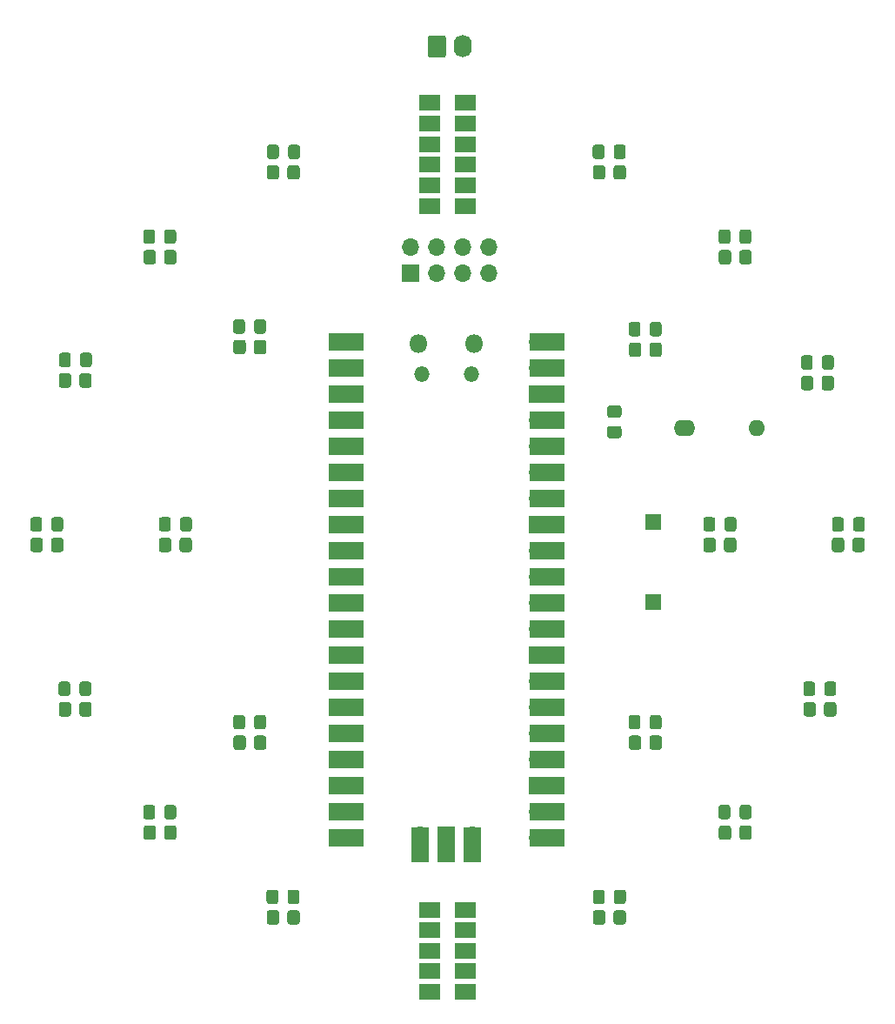
<source format=gbr>
G04 #@! TF.GenerationSoftware,KiCad,Pcbnew,5.1.10-88a1d61d58~88~ubuntu20.04.1*
G04 #@! TF.CreationDate,2021-06-07T13:14:32+01:00*
G04 #@! TF.ProjectId,Bauble,42617562-6c65-42e6-9b69-6361645f7063,rev?*
G04 #@! TF.SameCoordinates,Original*
G04 #@! TF.FileFunction,Soldermask,Top*
G04 #@! TF.FilePolarity,Negative*
%FSLAX46Y46*%
G04 Gerber Fmt 4.6, Leading zero omitted, Abs format (unit mm)*
G04 Created by KiCad (PCBNEW 5.1.10-88a1d61d58~88~ubuntu20.04.1) date 2021-06-07 13:14:32*
%MOMM*%
%LPD*%
G01*
G04 APERTURE LIST*
%ADD10O,1.600000X1.600000*%
%ADD11O,2.100000X1.600000*%
%ADD12R,2.000000X1.500000*%
%ADD13R,1.500000X1.500000*%
%ADD14O,1.700000X1.700000*%
%ADD15R,1.700000X3.500000*%
%ADD16R,1.700000X1.700000*%
%ADD17O,1.500000X1.500000*%
%ADD18O,1.800000X1.800000*%
%ADD19R,3.500000X1.700000*%
%ADD20O,1.740000X2.190000*%
G04 APERTURE END LIST*
D10*
G04 #@! TO.C,R27*
X174625000Y-102650000D03*
D11*
X167525000Y-102650000D03*
G04 #@! TD*
D12*
G04 #@! TO.C,J4*
X146250000Y-157500000D03*
X146250000Y-155500000D03*
X146250000Y-153500000D03*
X146250000Y-151500000D03*
X146250000Y-149500000D03*
X142750000Y-157500000D03*
X142750000Y-155500000D03*
X142750000Y-153500000D03*
X142750000Y-151500000D03*
X142750000Y-149500000D03*
G04 #@! TD*
G04 #@! TO.C,J3*
X146250000Y-81000000D03*
X146250000Y-79000000D03*
X146250000Y-77000000D03*
X146250000Y-75000000D03*
X146250000Y-73000000D03*
X146250000Y-71000000D03*
X142750000Y-81000000D03*
X142750000Y-79000000D03*
X142750000Y-77000000D03*
X142750000Y-75000000D03*
X142750000Y-73000000D03*
X142750000Y-71000000D03*
G04 #@! TD*
D13*
G04 #@! TO.C,SW1*
X164500000Y-119550000D03*
X164500000Y-111750000D03*
G04 #@! TD*
D14*
G04 #@! TO.C,U1*
X146930000Y-142290000D03*
D15*
X146930000Y-143190000D03*
D16*
X144390000Y-142290000D03*
D15*
X144390000Y-143190000D03*
D14*
X141850000Y-142290000D03*
D15*
X141850000Y-143190000D03*
D17*
X146815000Y-97420000D03*
X141965000Y-97420000D03*
D18*
X147115000Y-94390000D03*
X141665000Y-94390000D03*
D19*
X154180000Y-142520000D03*
X154180000Y-139980000D03*
X154180000Y-137440000D03*
X154180000Y-134900000D03*
X154180000Y-132360000D03*
X154180000Y-129820000D03*
X154180000Y-127280000D03*
X154180000Y-124740000D03*
X154180000Y-122200000D03*
X154180000Y-119660000D03*
X154180000Y-117120000D03*
X154180000Y-114580000D03*
X154180000Y-112040000D03*
X154180000Y-109500000D03*
X154180000Y-106960000D03*
X154180000Y-104420000D03*
X154180000Y-101880000D03*
X154180000Y-99340000D03*
X154180000Y-96800000D03*
X154180000Y-94260000D03*
X134600000Y-142520000D03*
X134600000Y-139980000D03*
X134600000Y-137440000D03*
X134600000Y-134900000D03*
X134600000Y-132360000D03*
X134600000Y-129820000D03*
X134600000Y-127280000D03*
X134600000Y-124740000D03*
X134600000Y-122200000D03*
X134600000Y-119660000D03*
X134600000Y-117120000D03*
X134600000Y-114580000D03*
X134600000Y-112040000D03*
X134600000Y-109500000D03*
X134600000Y-106960000D03*
X134600000Y-104420000D03*
X134600000Y-101880000D03*
X134600000Y-99340000D03*
X134600000Y-96800000D03*
X134600000Y-94260000D03*
D14*
X153280000Y-94260000D03*
X153280000Y-96800000D03*
D16*
X153280000Y-99340000D03*
D14*
X153280000Y-101880000D03*
X153280000Y-104420000D03*
X153280000Y-106960000D03*
X153280000Y-109500000D03*
D16*
X153280000Y-112040000D03*
D14*
X153280000Y-114580000D03*
X153280000Y-117120000D03*
X153280000Y-119660000D03*
X153280000Y-122200000D03*
D16*
X153280000Y-124740000D03*
D14*
X153280000Y-127280000D03*
X153280000Y-129820000D03*
X153280000Y-132360000D03*
X153280000Y-134900000D03*
D16*
X153280000Y-137440000D03*
D14*
X153280000Y-139980000D03*
X153280000Y-142520000D03*
X135500000Y-142520000D03*
X135500000Y-139980000D03*
D16*
X135500000Y-137440000D03*
D14*
X135500000Y-134900000D03*
X135500000Y-132360000D03*
X135500000Y-129820000D03*
X135500000Y-127280000D03*
D16*
X135500000Y-124740000D03*
D14*
X135500000Y-122200000D03*
X135500000Y-119660000D03*
X135500000Y-117120000D03*
X135500000Y-114580000D03*
D16*
X135500000Y-112040000D03*
D14*
X135500000Y-109500000D03*
X135500000Y-106960000D03*
X135500000Y-104420000D03*
X135500000Y-101880000D03*
D16*
X135500000Y-99340000D03*
D14*
X135500000Y-96800000D03*
X135500000Y-94260000D03*
G04 #@! TD*
G04 #@! TO.C,R18*
G36*
G01*
X164150000Y-133700001D02*
X164150000Y-132799999D01*
G75*
G02*
X164399999Y-132550000I249999J0D01*
G01*
X165100001Y-132550000D01*
G75*
G02*
X165350000Y-132799999I0J-249999D01*
G01*
X165350000Y-133700001D01*
G75*
G02*
X165100001Y-133950000I-249999J0D01*
G01*
X164399999Y-133950000D01*
G75*
G02*
X164150000Y-133700001I0J249999D01*
G01*
G37*
G36*
G01*
X162150000Y-133700001D02*
X162150000Y-132799999D01*
G75*
G02*
X162399999Y-132550000I249999J0D01*
G01*
X163100001Y-132550000D01*
G75*
G02*
X163350000Y-132799999I0J-249999D01*
G01*
X163350000Y-133700001D01*
G75*
G02*
X163100001Y-133950000I-249999J0D01*
G01*
X162399999Y-133950000D01*
G75*
G02*
X162150000Y-133700001I0J249999D01*
G01*
G37*
G04 #@! TD*
G04 #@! TO.C,R12*
G36*
G01*
X105900000Y-114450001D02*
X105900000Y-113549999D01*
G75*
G02*
X106149999Y-113300000I249999J0D01*
G01*
X106850001Y-113300000D01*
G75*
G02*
X107100000Y-113549999I0J-249999D01*
G01*
X107100000Y-114450001D01*
G75*
G02*
X106850001Y-114700000I-249999J0D01*
G01*
X106149999Y-114700000D01*
G75*
G02*
X105900000Y-114450001I0J249999D01*
G01*
G37*
G36*
G01*
X103900000Y-114450001D02*
X103900000Y-113549999D01*
G75*
G02*
X104149999Y-113300000I249999J0D01*
G01*
X104850001Y-113300000D01*
G75*
G02*
X105100000Y-113549999I0J-249999D01*
G01*
X105100000Y-114450001D01*
G75*
G02*
X104850001Y-114700000I-249999J0D01*
G01*
X104149999Y-114700000D01*
G75*
G02*
X103900000Y-114450001I0J249999D01*
G01*
G37*
G04 #@! TD*
G04 #@! TO.C,R6*
G36*
G01*
X172900000Y-142450001D02*
X172900000Y-141549999D01*
G75*
G02*
X173149999Y-141300000I249999J0D01*
G01*
X173850001Y-141300000D01*
G75*
G02*
X174100000Y-141549999I0J-249999D01*
G01*
X174100000Y-142450001D01*
G75*
G02*
X173850001Y-142700000I-249999J0D01*
G01*
X173149999Y-142700000D01*
G75*
G02*
X172900000Y-142450001I0J249999D01*
G01*
G37*
G36*
G01*
X170900000Y-142450001D02*
X170900000Y-141549999D01*
G75*
G02*
X171149999Y-141300000I249999J0D01*
G01*
X171850001Y-141300000D01*
G75*
G02*
X172100000Y-141549999I0J-249999D01*
G01*
X172100000Y-142450001D01*
G75*
G02*
X171850001Y-142700000I-249999J0D01*
G01*
X171149999Y-142700000D01*
G75*
G02*
X170900000Y-142450001I0J249999D01*
G01*
G37*
G04 #@! TD*
G04 #@! TO.C,R11*
G36*
G01*
X108650000Y-130450001D02*
X108650000Y-129549999D01*
G75*
G02*
X108899999Y-129300000I249999J0D01*
G01*
X109600001Y-129300000D01*
G75*
G02*
X109850000Y-129549999I0J-249999D01*
G01*
X109850000Y-130450001D01*
G75*
G02*
X109600001Y-130700000I-249999J0D01*
G01*
X108899999Y-130700000D01*
G75*
G02*
X108650000Y-130450001I0J249999D01*
G01*
G37*
G36*
G01*
X106650000Y-130450001D02*
X106650000Y-129549999D01*
G75*
G02*
X106899999Y-129300000I249999J0D01*
G01*
X107600001Y-129300000D01*
G75*
G02*
X107850000Y-129549999I0J-249999D01*
G01*
X107850000Y-130450001D01*
G75*
G02*
X107600001Y-130700000I-249999J0D01*
G01*
X106899999Y-130700000D01*
G75*
G02*
X106650000Y-130450001I0J249999D01*
G01*
G37*
G04 #@! TD*
G04 #@! TO.C,R17*
G36*
G01*
X171400000Y-114450001D02*
X171400000Y-113549999D01*
G75*
G02*
X171649999Y-113300000I249999J0D01*
G01*
X172350001Y-113300000D01*
G75*
G02*
X172600000Y-113549999I0J-249999D01*
G01*
X172600000Y-114450001D01*
G75*
G02*
X172350001Y-114700000I-249999J0D01*
G01*
X171649999Y-114700000D01*
G75*
G02*
X171400000Y-114450001I0J249999D01*
G01*
G37*
G36*
G01*
X169400000Y-114450001D02*
X169400000Y-113549999D01*
G75*
G02*
X169649999Y-113300000I249999J0D01*
G01*
X170350001Y-113300000D01*
G75*
G02*
X170600000Y-113549999I0J-249999D01*
G01*
X170600000Y-114450001D01*
G75*
G02*
X170350001Y-114700000I-249999J0D01*
G01*
X169649999Y-114700000D01*
G75*
G02*
X169400000Y-114450001I0J249999D01*
G01*
G37*
G04 #@! TD*
G04 #@! TO.C,R5*
G36*
G01*
X181150000Y-130450001D02*
X181150000Y-129549999D01*
G75*
G02*
X181399999Y-129300000I249999J0D01*
G01*
X182100001Y-129300000D01*
G75*
G02*
X182350000Y-129549999I0J-249999D01*
G01*
X182350000Y-130450001D01*
G75*
G02*
X182100001Y-130700000I-249999J0D01*
G01*
X181399999Y-130700000D01*
G75*
G02*
X181150000Y-130450001I0J249999D01*
G01*
G37*
G36*
G01*
X179150000Y-130450001D02*
X179150000Y-129549999D01*
G75*
G02*
X179399999Y-129300000I249999J0D01*
G01*
X180100001Y-129300000D01*
G75*
G02*
X180350000Y-129549999I0J-249999D01*
G01*
X180350000Y-130450001D01*
G75*
G02*
X180100001Y-130700000I-249999J0D01*
G01*
X179399999Y-130700000D01*
G75*
G02*
X179150000Y-130450001I0J249999D01*
G01*
G37*
G04 #@! TD*
G04 #@! TO.C,R10*
G36*
G01*
X116900000Y-142450001D02*
X116900000Y-141549999D01*
G75*
G02*
X117149999Y-141300000I249999J0D01*
G01*
X117850001Y-141300000D01*
G75*
G02*
X118100000Y-141549999I0J-249999D01*
G01*
X118100000Y-142450001D01*
G75*
G02*
X117850001Y-142700000I-249999J0D01*
G01*
X117149999Y-142700000D01*
G75*
G02*
X116900000Y-142450001I0J249999D01*
G01*
G37*
G36*
G01*
X114900000Y-142450001D02*
X114900000Y-141549999D01*
G75*
G02*
X115149999Y-141300000I249999J0D01*
G01*
X115850001Y-141300000D01*
G75*
G02*
X116100000Y-141549999I0J-249999D01*
G01*
X116100000Y-142450001D01*
G75*
G02*
X115850001Y-142700000I-249999J0D01*
G01*
X115149999Y-142700000D01*
G75*
G02*
X114900000Y-142450001I0J249999D01*
G01*
G37*
G04 #@! TD*
G04 #@! TO.C,R16*
G36*
G01*
X164150000Y-95450001D02*
X164150000Y-94549999D01*
G75*
G02*
X164399999Y-94300000I249999J0D01*
G01*
X165100001Y-94300000D01*
G75*
G02*
X165350000Y-94549999I0J-249999D01*
G01*
X165350000Y-95450001D01*
G75*
G02*
X165100001Y-95700000I-249999J0D01*
G01*
X164399999Y-95700000D01*
G75*
G02*
X164150000Y-95450001I0J249999D01*
G01*
G37*
G36*
G01*
X162150000Y-95450001D02*
X162150000Y-94549999D01*
G75*
G02*
X162399999Y-94300000I249999J0D01*
G01*
X163100001Y-94300000D01*
G75*
G02*
X163350000Y-94549999I0J-249999D01*
G01*
X163350000Y-95450001D01*
G75*
G02*
X163100001Y-95700000I-249999J0D01*
G01*
X162399999Y-95700000D01*
G75*
G02*
X162150000Y-95450001I0J249999D01*
G01*
G37*
G04 #@! TD*
G04 #@! TO.C,R4*
G36*
G01*
X183900000Y-114450001D02*
X183900000Y-113549999D01*
G75*
G02*
X184149999Y-113300000I249999J0D01*
G01*
X184850001Y-113300000D01*
G75*
G02*
X185100000Y-113549999I0J-249999D01*
G01*
X185100000Y-114450001D01*
G75*
G02*
X184850001Y-114700000I-249999J0D01*
G01*
X184149999Y-114700000D01*
G75*
G02*
X183900000Y-114450001I0J249999D01*
G01*
G37*
G36*
G01*
X181900000Y-114450001D02*
X181900000Y-113549999D01*
G75*
G02*
X182149999Y-113300000I249999J0D01*
G01*
X182850001Y-113300000D01*
G75*
G02*
X183100000Y-113549999I0J-249999D01*
G01*
X183100000Y-114450001D01*
G75*
G02*
X182850001Y-114700000I-249999J0D01*
G01*
X182149999Y-114700000D01*
G75*
G02*
X181900000Y-114450001I0J249999D01*
G01*
G37*
G04 #@! TD*
G04 #@! TO.C,R28*
G36*
G01*
X161175001Y-101625000D02*
X160274999Y-101625000D01*
G75*
G02*
X160025000Y-101375001I0J249999D01*
G01*
X160025000Y-100674999D01*
G75*
G02*
X160274999Y-100425000I249999J0D01*
G01*
X161175001Y-100425000D01*
G75*
G02*
X161425000Y-100674999I0J-249999D01*
G01*
X161425000Y-101375001D01*
G75*
G02*
X161175001Y-101625000I-249999J0D01*
G01*
G37*
G36*
G01*
X161175001Y-103625000D02*
X160274999Y-103625000D01*
G75*
G02*
X160025000Y-103375001I0J249999D01*
G01*
X160025000Y-102674999D01*
G75*
G02*
X160274999Y-102425000I249999J0D01*
G01*
X161175001Y-102425000D01*
G75*
G02*
X161425000Y-102674999I0J-249999D01*
G01*
X161425000Y-103375001D01*
G75*
G02*
X161175001Y-103625000I-249999J0D01*
G01*
G37*
G04 #@! TD*
G04 #@! TO.C,R21*
G36*
G01*
X125650000Y-95200001D02*
X125650000Y-94299999D01*
G75*
G02*
X125899999Y-94050000I249999J0D01*
G01*
X126600001Y-94050000D01*
G75*
G02*
X126850000Y-94299999I0J-249999D01*
G01*
X126850000Y-95200001D01*
G75*
G02*
X126600001Y-95450000I-249999J0D01*
G01*
X125899999Y-95450000D01*
G75*
G02*
X125650000Y-95200001I0J249999D01*
G01*
G37*
G36*
G01*
X123650000Y-95200001D02*
X123650000Y-94299999D01*
G75*
G02*
X123899999Y-94050000I249999J0D01*
G01*
X124600001Y-94050000D01*
G75*
G02*
X124850000Y-94299999I0J-249999D01*
G01*
X124850000Y-95200001D01*
G75*
G02*
X124600001Y-95450000I-249999J0D01*
G01*
X123899999Y-95450000D01*
G75*
G02*
X123650000Y-95200001I0J249999D01*
G01*
G37*
G04 #@! TD*
G04 #@! TO.C,R15*
G36*
G01*
X128900000Y-78200001D02*
X128900000Y-77299999D01*
G75*
G02*
X129149999Y-77050000I249999J0D01*
G01*
X129850001Y-77050000D01*
G75*
G02*
X130100000Y-77299999I0J-249999D01*
G01*
X130100000Y-78200001D01*
G75*
G02*
X129850001Y-78450000I-249999J0D01*
G01*
X129149999Y-78450000D01*
G75*
G02*
X128900000Y-78200001I0J249999D01*
G01*
G37*
G36*
G01*
X126900000Y-78200001D02*
X126900000Y-77299999D01*
G75*
G02*
X127149999Y-77050000I249999J0D01*
G01*
X127850001Y-77050000D01*
G75*
G02*
X128100000Y-77299999I0J-249999D01*
G01*
X128100000Y-78200001D01*
G75*
G02*
X127850001Y-78450000I-249999J0D01*
G01*
X127149999Y-78450000D01*
G75*
G02*
X126900000Y-78200001I0J249999D01*
G01*
G37*
G04 #@! TD*
G04 #@! TO.C,R9*
G36*
G01*
X128900000Y-150700001D02*
X128900000Y-149799999D01*
G75*
G02*
X129149999Y-149550000I249999J0D01*
G01*
X129850001Y-149550000D01*
G75*
G02*
X130100000Y-149799999I0J-249999D01*
G01*
X130100000Y-150700001D01*
G75*
G02*
X129850001Y-150950000I-249999J0D01*
G01*
X129149999Y-150950000D01*
G75*
G02*
X128900000Y-150700001I0J249999D01*
G01*
G37*
G36*
G01*
X126900000Y-150700001D02*
X126900000Y-149799999D01*
G75*
G02*
X127149999Y-149550000I249999J0D01*
G01*
X127850001Y-149550000D01*
G75*
G02*
X128100000Y-149799999I0J-249999D01*
G01*
X128100000Y-150700001D01*
G75*
G02*
X127850001Y-150950000I-249999J0D01*
G01*
X127149999Y-150950000D01*
G75*
G02*
X126900000Y-150700001I0J249999D01*
G01*
G37*
G04 #@! TD*
G04 #@! TO.C,R3*
G36*
G01*
X180900000Y-98700001D02*
X180900000Y-97799999D01*
G75*
G02*
X181149999Y-97550000I249999J0D01*
G01*
X181850001Y-97550000D01*
G75*
G02*
X182100000Y-97799999I0J-249999D01*
G01*
X182100000Y-98700001D01*
G75*
G02*
X181850001Y-98950000I-249999J0D01*
G01*
X181149999Y-98950000D01*
G75*
G02*
X180900000Y-98700001I0J249999D01*
G01*
G37*
G36*
G01*
X178900000Y-98700001D02*
X178900000Y-97799999D01*
G75*
G02*
X179149999Y-97550000I249999J0D01*
G01*
X179850001Y-97550000D01*
G75*
G02*
X180100000Y-97799999I0J-249999D01*
G01*
X180100000Y-98700001D01*
G75*
G02*
X179850001Y-98950000I-249999J0D01*
G01*
X179149999Y-98950000D01*
G75*
G02*
X178900000Y-98700001I0J249999D01*
G01*
G37*
G04 #@! TD*
G04 #@! TO.C,R14*
G36*
G01*
X116900000Y-86450001D02*
X116900000Y-85549999D01*
G75*
G02*
X117149999Y-85300000I249999J0D01*
G01*
X117850001Y-85300000D01*
G75*
G02*
X118100000Y-85549999I0J-249999D01*
G01*
X118100000Y-86450001D01*
G75*
G02*
X117850001Y-86700000I-249999J0D01*
G01*
X117149999Y-86700000D01*
G75*
G02*
X116900000Y-86450001I0J249999D01*
G01*
G37*
G36*
G01*
X114900000Y-86450001D02*
X114900000Y-85549999D01*
G75*
G02*
X115149999Y-85300000I249999J0D01*
G01*
X115850001Y-85300000D01*
G75*
G02*
X116100000Y-85549999I0J-249999D01*
G01*
X116100000Y-86450001D01*
G75*
G02*
X115850001Y-86700000I-249999J0D01*
G01*
X115149999Y-86700000D01*
G75*
G02*
X114900000Y-86450001I0J249999D01*
G01*
G37*
G04 #@! TD*
G04 #@! TO.C,R20*
G36*
G01*
X118400000Y-114450001D02*
X118400000Y-113549999D01*
G75*
G02*
X118649999Y-113300000I249999J0D01*
G01*
X119350001Y-113300000D01*
G75*
G02*
X119600000Y-113549999I0J-249999D01*
G01*
X119600000Y-114450001D01*
G75*
G02*
X119350001Y-114700000I-249999J0D01*
G01*
X118649999Y-114700000D01*
G75*
G02*
X118400000Y-114450001I0J249999D01*
G01*
G37*
G36*
G01*
X116400000Y-114450001D02*
X116400000Y-113549999D01*
G75*
G02*
X116649999Y-113300000I249999J0D01*
G01*
X117350001Y-113300000D01*
G75*
G02*
X117600000Y-113549999I0J-249999D01*
G01*
X117600000Y-114450001D01*
G75*
G02*
X117350001Y-114700000I-249999J0D01*
G01*
X116649999Y-114700000D01*
G75*
G02*
X116400000Y-114450001I0J249999D01*
G01*
G37*
G04 #@! TD*
G04 #@! TO.C,R2*
G36*
G01*
X172900000Y-86450001D02*
X172900000Y-85549999D01*
G75*
G02*
X173149999Y-85300000I249999J0D01*
G01*
X173850001Y-85300000D01*
G75*
G02*
X174100000Y-85549999I0J-249999D01*
G01*
X174100000Y-86450001D01*
G75*
G02*
X173850001Y-86700000I-249999J0D01*
G01*
X173149999Y-86700000D01*
G75*
G02*
X172900000Y-86450001I0J249999D01*
G01*
G37*
G36*
G01*
X170900000Y-86450001D02*
X170900000Y-85549999D01*
G75*
G02*
X171149999Y-85300000I249999J0D01*
G01*
X171850001Y-85300000D01*
G75*
G02*
X172100000Y-85549999I0J-249999D01*
G01*
X172100000Y-86450001D01*
G75*
G02*
X171850001Y-86700000I-249999J0D01*
G01*
X171149999Y-86700000D01*
G75*
G02*
X170900000Y-86450001I0J249999D01*
G01*
G37*
G04 #@! TD*
G04 #@! TO.C,R7*
G36*
G01*
X160650000Y-150700001D02*
X160650000Y-149799999D01*
G75*
G02*
X160899999Y-149550000I249999J0D01*
G01*
X161600001Y-149550000D01*
G75*
G02*
X161850000Y-149799999I0J-249999D01*
G01*
X161850000Y-150700001D01*
G75*
G02*
X161600001Y-150950000I-249999J0D01*
G01*
X160899999Y-150950000D01*
G75*
G02*
X160650000Y-150700001I0J249999D01*
G01*
G37*
G36*
G01*
X158650000Y-150700001D02*
X158650000Y-149799999D01*
G75*
G02*
X158899999Y-149550000I249999J0D01*
G01*
X159600001Y-149550000D01*
G75*
G02*
X159850000Y-149799999I0J-249999D01*
G01*
X159850000Y-150700001D01*
G75*
G02*
X159600001Y-150950000I-249999J0D01*
G01*
X158899999Y-150950000D01*
G75*
G02*
X158650000Y-150700001I0J249999D01*
G01*
G37*
G04 #@! TD*
G04 #@! TO.C,R13*
G36*
G01*
X108650000Y-98450001D02*
X108650000Y-97549999D01*
G75*
G02*
X108899999Y-97300000I249999J0D01*
G01*
X109600001Y-97300000D01*
G75*
G02*
X109850000Y-97549999I0J-249999D01*
G01*
X109850000Y-98450001D01*
G75*
G02*
X109600001Y-98700000I-249999J0D01*
G01*
X108899999Y-98700000D01*
G75*
G02*
X108650000Y-98450001I0J249999D01*
G01*
G37*
G36*
G01*
X106650000Y-98450001D02*
X106650000Y-97549999D01*
G75*
G02*
X106899999Y-97300000I249999J0D01*
G01*
X107600001Y-97300000D01*
G75*
G02*
X107850000Y-97549999I0J-249999D01*
G01*
X107850000Y-98450001D01*
G75*
G02*
X107600001Y-98700000I-249999J0D01*
G01*
X106899999Y-98700000D01*
G75*
G02*
X106650000Y-98450001I0J249999D01*
G01*
G37*
G04 #@! TD*
G04 #@! TO.C,R1*
G36*
G01*
X160650000Y-78200001D02*
X160650000Y-77299999D01*
G75*
G02*
X160899999Y-77050000I249999J0D01*
G01*
X161600001Y-77050000D01*
G75*
G02*
X161850000Y-77299999I0J-249999D01*
G01*
X161850000Y-78200001D01*
G75*
G02*
X161600001Y-78450000I-249999J0D01*
G01*
X160899999Y-78450000D01*
G75*
G02*
X160650000Y-78200001I0J249999D01*
G01*
G37*
G36*
G01*
X158650000Y-78200001D02*
X158650000Y-77299999D01*
G75*
G02*
X158899999Y-77050000I249999J0D01*
G01*
X159600001Y-77050000D01*
G75*
G02*
X159850000Y-77299999I0J-249999D01*
G01*
X159850000Y-78200001D01*
G75*
G02*
X159600001Y-78450000I-249999J0D01*
G01*
X158899999Y-78450000D01*
G75*
G02*
X158650000Y-78200001I0J249999D01*
G01*
G37*
G04 #@! TD*
G04 #@! TO.C,R19*
G36*
G01*
X125650000Y-133700001D02*
X125650000Y-132799999D01*
G75*
G02*
X125899999Y-132550000I249999J0D01*
G01*
X126600001Y-132550000D01*
G75*
G02*
X126850000Y-132799999I0J-249999D01*
G01*
X126850000Y-133700001D01*
G75*
G02*
X126600001Y-133950000I-249999J0D01*
G01*
X125899999Y-133950000D01*
G75*
G02*
X125650000Y-133700001I0J249999D01*
G01*
G37*
G36*
G01*
X123650000Y-133700001D02*
X123650000Y-132799999D01*
G75*
G02*
X123899999Y-132550000I249999J0D01*
G01*
X124600001Y-132550000D01*
G75*
G02*
X124850000Y-132799999I0J-249999D01*
G01*
X124850000Y-133700001D01*
G75*
G02*
X124600001Y-133950000I-249999J0D01*
G01*
X123899999Y-133950000D01*
G75*
G02*
X123650000Y-133700001I0J249999D01*
G01*
G37*
G04 #@! TD*
G04 #@! TO.C,J2*
X148540000Y-85000000D03*
X148540000Y-87540000D03*
X146000000Y-85000000D03*
X146000000Y-87540000D03*
X143460000Y-85000000D03*
X143460000Y-87540000D03*
X140920000Y-85000000D03*
D16*
X140920000Y-87540000D03*
G04 #@! TD*
D20*
G04 #@! TO.C,J1*
X146000000Y-65500000D03*
G36*
G01*
X142590000Y-66345001D02*
X142590000Y-64654999D01*
G75*
G02*
X142839999Y-64405000I249999J0D01*
G01*
X144080001Y-64405000D01*
G75*
G02*
X144330000Y-64654999I0J-249999D01*
G01*
X144330000Y-66345001D01*
G75*
G02*
X144080001Y-66595000I-249999J0D01*
G01*
X142839999Y-66595000D01*
G75*
G02*
X142590000Y-66345001I0J249999D01*
G01*
G37*
G04 #@! TD*
G04 #@! TO.C,D18*
G36*
G01*
X164175000Y-131700001D02*
X164175000Y-130799999D01*
G75*
G02*
X164424999Y-130550000I249999J0D01*
G01*
X165075001Y-130550000D01*
G75*
G02*
X165325000Y-130799999I0J-249999D01*
G01*
X165325000Y-131700001D01*
G75*
G02*
X165075001Y-131950000I-249999J0D01*
G01*
X164424999Y-131950000D01*
G75*
G02*
X164175000Y-131700001I0J249999D01*
G01*
G37*
G36*
G01*
X162125000Y-131700001D02*
X162125000Y-130799999D01*
G75*
G02*
X162374999Y-130550000I249999J0D01*
G01*
X163025001Y-130550000D01*
G75*
G02*
X163275000Y-130799999I0J-249999D01*
G01*
X163275000Y-131700001D01*
G75*
G02*
X163025001Y-131950000I-249999J0D01*
G01*
X162374999Y-131950000D01*
G75*
G02*
X162125000Y-131700001I0J249999D01*
G01*
G37*
G04 #@! TD*
G04 #@! TO.C,D12*
G36*
G01*
X105925000Y-112450001D02*
X105925000Y-111549999D01*
G75*
G02*
X106174999Y-111300000I249999J0D01*
G01*
X106825001Y-111300000D01*
G75*
G02*
X107075000Y-111549999I0J-249999D01*
G01*
X107075000Y-112450001D01*
G75*
G02*
X106825001Y-112700000I-249999J0D01*
G01*
X106174999Y-112700000D01*
G75*
G02*
X105925000Y-112450001I0J249999D01*
G01*
G37*
G36*
G01*
X103875000Y-112450001D02*
X103875000Y-111549999D01*
G75*
G02*
X104124999Y-111300000I249999J0D01*
G01*
X104775001Y-111300000D01*
G75*
G02*
X105025000Y-111549999I0J-249999D01*
G01*
X105025000Y-112450001D01*
G75*
G02*
X104775001Y-112700000I-249999J0D01*
G01*
X104124999Y-112700000D01*
G75*
G02*
X103875000Y-112450001I0J249999D01*
G01*
G37*
G04 #@! TD*
G04 #@! TO.C,D6*
G36*
G01*
X172925000Y-140450001D02*
X172925000Y-139549999D01*
G75*
G02*
X173174999Y-139300000I249999J0D01*
G01*
X173825001Y-139300000D01*
G75*
G02*
X174075000Y-139549999I0J-249999D01*
G01*
X174075000Y-140450001D01*
G75*
G02*
X173825001Y-140700000I-249999J0D01*
G01*
X173174999Y-140700000D01*
G75*
G02*
X172925000Y-140450001I0J249999D01*
G01*
G37*
G36*
G01*
X170875000Y-140450001D02*
X170875000Y-139549999D01*
G75*
G02*
X171124999Y-139300000I249999J0D01*
G01*
X171775001Y-139300000D01*
G75*
G02*
X172025000Y-139549999I0J-249999D01*
G01*
X172025000Y-140450001D01*
G75*
G02*
X171775001Y-140700000I-249999J0D01*
G01*
X171124999Y-140700000D01*
G75*
G02*
X170875000Y-140450001I0J249999D01*
G01*
G37*
G04 #@! TD*
G04 #@! TO.C,D11*
G36*
G01*
X108675000Y-128450001D02*
X108675000Y-127549999D01*
G75*
G02*
X108924999Y-127300000I249999J0D01*
G01*
X109575001Y-127300000D01*
G75*
G02*
X109825000Y-127549999I0J-249999D01*
G01*
X109825000Y-128450001D01*
G75*
G02*
X109575001Y-128700000I-249999J0D01*
G01*
X108924999Y-128700000D01*
G75*
G02*
X108675000Y-128450001I0J249999D01*
G01*
G37*
G36*
G01*
X106625000Y-128450001D02*
X106625000Y-127549999D01*
G75*
G02*
X106874999Y-127300000I249999J0D01*
G01*
X107525001Y-127300000D01*
G75*
G02*
X107775000Y-127549999I0J-249999D01*
G01*
X107775000Y-128450001D01*
G75*
G02*
X107525001Y-128700000I-249999J0D01*
G01*
X106874999Y-128700000D01*
G75*
G02*
X106625000Y-128450001I0J249999D01*
G01*
G37*
G04 #@! TD*
G04 #@! TO.C,D17*
G36*
G01*
X171450000Y-112450001D02*
X171450000Y-111549999D01*
G75*
G02*
X171699999Y-111300000I249999J0D01*
G01*
X172350001Y-111300000D01*
G75*
G02*
X172600000Y-111549999I0J-249999D01*
G01*
X172600000Y-112450001D01*
G75*
G02*
X172350001Y-112700000I-249999J0D01*
G01*
X171699999Y-112700000D01*
G75*
G02*
X171450000Y-112450001I0J249999D01*
G01*
G37*
G36*
G01*
X169400000Y-112450001D02*
X169400000Y-111549999D01*
G75*
G02*
X169649999Y-111300000I249999J0D01*
G01*
X170300001Y-111300000D01*
G75*
G02*
X170550000Y-111549999I0J-249999D01*
G01*
X170550000Y-112450001D01*
G75*
G02*
X170300001Y-112700000I-249999J0D01*
G01*
X169649999Y-112700000D01*
G75*
G02*
X169400000Y-112450001I0J249999D01*
G01*
G37*
G04 #@! TD*
G04 #@! TO.C,D5*
G36*
G01*
X181175000Y-128450001D02*
X181175000Y-127549999D01*
G75*
G02*
X181424999Y-127300000I249999J0D01*
G01*
X182075001Y-127300000D01*
G75*
G02*
X182325000Y-127549999I0J-249999D01*
G01*
X182325000Y-128450001D01*
G75*
G02*
X182075001Y-128700000I-249999J0D01*
G01*
X181424999Y-128700000D01*
G75*
G02*
X181175000Y-128450001I0J249999D01*
G01*
G37*
G36*
G01*
X179125000Y-128450001D02*
X179125000Y-127549999D01*
G75*
G02*
X179374999Y-127300000I249999J0D01*
G01*
X180025001Y-127300000D01*
G75*
G02*
X180275000Y-127549999I0J-249999D01*
G01*
X180275000Y-128450001D01*
G75*
G02*
X180025001Y-128700000I-249999J0D01*
G01*
X179374999Y-128700000D01*
G75*
G02*
X179125000Y-128450001I0J249999D01*
G01*
G37*
G04 #@! TD*
G04 #@! TO.C,D10*
G36*
G01*
X116925000Y-140450001D02*
X116925000Y-139549999D01*
G75*
G02*
X117174999Y-139300000I249999J0D01*
G01*
X117825001Y-139300000D01*
G75*
G02*
X118075000Y-139549999I0J-249999D01*
G01*
X118075000Y-140450001D01*
G75*
G02*
X117825001Y-140700000I-249999J0D01*
G01*
X117174999Y-140700000D01*
G75*
G02*
X116925000Y-140450001I0J249999D01*
G01*
G37*
G36*
G01*
X114875000Y-140450001D02*
X114875000Y-139549999D01*
G75*
G02*
X115124999Y-139300000I249999J0D01*
G01*
X115775001Y-139300000D01*
G75*
G02*
X116025000Y-139549999I0J-249999D01*
G01*
X116025000Y-140450001D01*
G75*
G02*
X115775001Y-140700000I-249999J0D01*
G01*
X115124999Y-140700000D01*
G75*
G02*
X114875000Y-140450001I0J249999D01*
G01*
G37*
G04 #@! TD*
G04 #@! TO.C,D16*
G36*
G01*
X164175000Y-93450001D02*
X164175000Y-92549999D01*
G75*
G02*
X164424999Y-92300000I249999J0D01*
G01*
X165075001Y-92300000D01*
G75*
G02*
X165325000Y-92549999I0J-249999D01*
G01*
X165325000Y-93450001D01*
G75*
G02*
X165075001Y-93700000I-249999J0D01*
G01*
X164424999Y-93700000D01*
G75*
G02*
X164175000Y-93450001I0J249999D01*
G01*
G37*
G36*
G01*
X162125000Y-93450001D02*
X162125000Y-92549999D01*
G75*
G02*
X162374999Y-92300000I249999J0D01*
G01*
X163025001Y-92300000D01*
G75*
G02*
X163275000Y-92549999I0J-249999D01*
G01*
X163275000Y-93450001D01*
G75*
G02*
X163025001Y-93700000I-249999J0D01*
G01*
X162374999Y-93700000D01*
G75*
G02*
X162125000Y-93450001I0J249999D01*
G01*
G37*
G04 #@! TD*
G04 #@! TO.C,D4*
G36*
G01*
X183975000Y-112450001D02*
X183975000Y-111549999D01*
G75*
G02*
X184224999Y-111300000I249999J0D01*
G01*
X184875001Y-111300000D01*
G75*
G02*
X185125000Y-111549999I0J-249999D01*
G01*
X185125000Y-112450001D01*
G75*
G02*
X184875001Y-112700000I-249999J0D01*
G01*
X184224999Y-112700000D01*
G75*
G02*
X183975000Y-112450001I0J249999D01*
G01*
G37*
G36*
G01*
X181925000Y-112450001D02*
X181925000Y-111549999D01*
G75*
G02*
X182174999Y-111300000I249999J0D01*
G01*
X182825001Y-111300000D01*
G75*
G02*
X183075000Y-111549999I0J-249999D01*
G01*
X183075000Y-112450001D01*
G75*
G02*
X182825001Y-112700000I-249999J0D01*
G01*
X182174999Y-112700000D01*
G75*
G02*
X181925000Y-112450001I0J249999D01*
G01*
G37*
G04 #@! TD*
G04 #@! TO.C,D21*
G36*
G01*
X125675000Y-93200001D02*
X125675000Y-92299999D01*
G75*
G02*
X125924999Y-92050000I249999J0D01*
G01*
X126575001Y-92050000D01*
G75*
G02*
X126825000Y-92299999I0J-249999D01*
G01*
X126825000Y-93200001D01*
G75*
G02*
X126575001Y-93450000I-249999J0D01*
G01*
X125924999Y-93450000D01*
G75*
G02*
X125675000Y-93200001I0J249999D01*
G01*
G37*
G36*
G01*
X123625000Y-93200001D02*
X123625000Y-92299999D01*
G75*
G02*
X123874999Y-92050000I249999J0D01*
G01*
X124525001Y-92050000D01*
G75*
G02*
X124775000Y-92299999I0J-249999D01*
G01*
X124775000Y-93200001D01*
G75*
G02*
X124525001Y-93450000I-249999J0D01*
G01*
X123874999Y-93450000D01*
G75*
G02*
X123625000Y-93200001I0J249999D01*
G01*
G37*
G04 #@! TD*
G04 #@! TO.C,D15*
G36*
G01*
X128975000Y-76200001D02*
X128975000Y-75299999D01*
G75*
G02*
X129224999Y-75050000I249999J0D01*
G01*
X129875001Y-75050000D01*
G75*
G02*
X130125000Y-75299999I0J-249999D01*
G01*
X130125000Y-76200001D01*
G75*
G02*
X129875001Y-76450000I-249999J0D01*
G01*
X129224999Y-76450000D01*
G75*
G02*
X128975000Y-76200001I0J249999D01*
G01*
G37*
G36*
G01*
X126925000Y-76200001D02*
X126925000Y-75299999D01*
G75*
G02*
X127174999Y-75050000I249999J0D01*
G01*
X127825001Y-75050000D01*
G75*
G02*
X128075000Y-75299999I0J-249999D01*
G01*
X128075000Y-76200001D01*
G75*
G02*
X127825001Y-76450000I-249999J0D01*
G01*
X127174999Y-76450000D01*
G75*
G02*
X126925000Y-76200001I0J249999D01*
G01*
G37*
G04 #@! TD*
G04 #@! TO.C,D9*
G36*
G01*
X128925000Y-148700001D02*
X128925000Y-147799999D01*
G75*
G02*
X129174999Y-147550000I249999J0D01*
G01*
X129825001Y-147550000D01*
G75*
G02*
X130075000Y-147799999I0J-249999D01*
G01*
X130075000Y-148700001D01*
G75*
G02*
X129825001Y-148950000I-249999J0D01*
G01*
X129174999Y-148950000D01*
G75*
G02*
X128925000Y-148700001I0J249999D01*
G01*
G37*
G36*
G01*
X126875000Y-148700001D02*
X126875000Y-147799999D01*
G75*
G02*
X127124999Y-147550000I249999J0D01*
G01*
X127775001Y-147550000D01*
G75*
G02*
X128025000Y-147799999I0J-249999D01*
G01*
X128025000Y-148700001D01*
G75*
G02*
X127775001Y-148950000I-249999J0D01*
G01*
X127124999Y-148950000D01*
G75*
G02*
X126875000Y-148700001I0J249999D01*
G01*
G37*
G04 #@! TD*
G04 #@! TO.C,D3*
G36*
G01*
X180950000Y-96700001D02*
X180950000Y-95799999D01*
G75*
G02*
X181199999Y-95550000I249999J0D01*
G01*
X181850001Y-95550000D01*
G75*
G02*
X182100000Y-95799999I0J-249999D01*
G01*
X182100000Y-96700001D01*
G75*
G02*
X181850001Y-96950000I-249999J0D01*
G01*
X181199999Y-96950000D01*
G75*
G02*
X180950000Y-96700001I0J249999D01*
G01*
G37*
G36*
G01*
X178900000Y-96700001D02*
X178900000Y-95799999D01*
G75*
G02*
X179149999Y-95550000I249999J0D01*
G01*
X179800001Y-95550000D01*
G75*
G02*
X180050000Y-95799999I0J-249999D01*
G01*
X180050000Y-96700001D01*
G75*
G02*
X179800001Y-96950000I-249999J0D01*
G01*
X179149999Y-96950000D01*
G75*
G02*
X178900000Y-96700001I0J249999D01*
G01*
G37*
G04 #@! TD*
G04 #@! TO.C,D14*
G36*
G01*
X116925000Y-84450001D02*
X116925000Y-83549999D01*
G75*
G02*
X117174999Y-83300000I249999J0D01*
G01*
X117825001Y-83300000D01*
G75*
G02*
X118075000Y-83549999I0J-249999D01*
G01*
X118075000Y-84450001D01*
G75*
G02*
X117825001Y-84700000I-249999J0D01*
G01*
X117174999Y-84700000D01*
G75*
G02*
X116925000Y-84450001I0J249999D01*
G01*
G37*
G36*
G01*
X114875000Y-84450001D02*
X114875000Y-83549999D01*
G75*
G02*
X115124999Y-83300000I249999J0D01*
G01*
X115775001Y-83300000D01*
G75*
G02*
X116025000Y-83549999I0J-249999D01*
G01*
X116025000Y-84450001D01*
G75*
G02*
X115775001Y-84700000I-249999J0D01*
G01*
X115124999Y-84700000D01*
G75*
G02*
X114875000Y-84450001I0J249999D01*
G01*
G37*
G04 #@! TD*
G04 #@! TO.C,D20*
G36*
G01*
X118450000Y-112450001D02*
X118450000Y-111549999D01*
G75*
G02*
X118699999Y-111300000I249999J0D01*
G01*
X119350001Y-111300000D01*
G75*
G02*
X119600000Y-111549999I0J-249999D01*
G01*
X119600000Y-112450001D01*
G75*
G02*
X119350001Y-112700000I-249999J0D01*
G01*
X118699999Y-112700000D01*
G75*
G02*
X118450000Y-112450001I0J249999D01*
G01*
G37*
G36*
G01*
X116400000Y-112450001D02*
X116400000Y-111549999D01*
G75*
G02*
X116649999Y-111300000I249999J0D01*
G01*
X117300001Y-111300000D01*
G75*
G02*
X117550000Y-111549999I0J-249999D01*
G01*
X117550000Y-112450001D01*
G75*
G02*
X117300001Y-112700000I-249999J0D01*
G01*
X116649999Y-112700000D01*
G75*
G02*
X116400000Y-112450001I0J249999D01*
G01*
G37*
G04 #@! TD*
G04 #@! TO.C,D2*
G36*
G01*
X172925000Y-84450001D02*
X172925000Y-83549999D01*
G75*
G02*
X173174999Y-83300000I249999J0D01*
G01*
X173825001Y-83300000D01*
G75*
G02*
X174075000Y-83549999I0J-249999D01*
G01*
X174075000Y-84450001D01*
G75*
G02*
X173825001Y-84700000I-249999J0D01*
G01*
X173174999Y-84700000D01*
G75*
G02*
X172925000Y-84450001I0J249999D01*
G01*
G37*
G36*
G01*
X170875000Y-84450001D02*
X170875000Y-83549999D01*
G75*
G02*
X171124999Y-83300000I249999J0D01*
G01*
X171775001Y-83300000D01*
G75*
G02*
X172025000Y-83549999I0J-249999D01*
G01*
X172025000Y-84450001D01*
G75*
G02*
X171775001Y-84700000I-249999J0D01*
G01*
X171124999Y-84700000D01*
G75*
G02*
X170875000Y-84450001I0J249999D01*
G01*
G37*
G04 #@! TD*
G04 #@! TO.C,D7*
G36*
G01*
X160700000Y-148700001D02*
X160700000Y-147799999D01*
G75*
G02*
X160949999Y-147550000I249999J0D01*
G01*
X161600001Y-147550000D01*
G75*
G02*
X161850000Y-147799999I0J-249999D01*
G01*
X161850000Y-148700001D01*
G75*
G02*
X161600001Y-148950000I-249999J0D01*
G01*
X160949999Y-148950000D01*
G75*
G02*
X160700000Y-148700001I0J249999D01*
G01*
G37*
G36*
G01*
X158650000Y-148700001D02*
X158650000Y-147799999D01*
G75*
G02*
X158899999Y-147550000I249999J0D01*
G01*
X159550001Y-147550000D01*
G75*
G02*
X159800000Y-147799999I0J-249999D01*
G01*
X159800000Y-148700001D01*
G75*
G02*
X159550001Y-148950000I-249999J0D01*
G01*
X158899999Y-148950000D01*
G75*
G02*
X158650000Y-148700001I0J249999D01*
G01*
G37*
G04 #@! TD*
G04 #@! TO.C,D13*
G36*
G01*
X108725000Y-96450001D02*
X108725000Y-95549999D01*
G75*
G02*
X108974999Y-95300000I249999J0D01*
G01*
X109625001Y-95300000D01*
G75*
G02*
X109875000Y-95549999I0J-249999D01*
G01*
X109875000Y-96450001D01*
G75*
G02*
X109625001Y-96700000I-249999J0D01*
G01*
X108974999Y-96700000D01*
G75*
G02*
X108725000Y-96450001I0J249999D01*
G01*
G37*
G36*
G01*
X106675000Y-96450001D02*
X106675000Y-95549999D01*
G75*
G02*
X106924999Y-95300000I249999J0D01*
G01*
X107575001Y-95300000D01*
G75*
G02*
X107825000Y-95549999I0J-249999D01*
G01*
X107825000Y-96450001D01*
G75*
G02*
X107575001Y-96700000I-249999J0D01*
G01*
X106924999Y-96700000D01*
G75*
G02*
X106675000Y-96450001I0J249999D01*
G01*
G37*
G04 #@! TD*
G04 #@! TO.C,D1*
G36*
G01*
X160675000Y-76200001D02*
X160675000Y-75299999D01*
G75*
G02*
X160924999Y-75050000I249999J0D01*
G01*
X161575001Y-75050000D01*
G75*
G02*
X161825000Y-75299999I0J-249999D01*
G01*
X161825000Y-76200001D01*
G75*
G02*
X161575001Y-76450000I-249999J0D01*
G01*
X160924999Y-76450000D01*
G75*
G02*
X160675000Y-76200001I0J249999D01*
G01*
G37*
G36*
G01*
X158625000Y-76200001D02*
X158625000Y-75299999D01*
G75*
G02*
X158874999Y-75050000I249999J0D01*
G01*
X159525001Y-75050000D01*
G75*
G02*
X159775000Y-75299999I0J-249999D01*
G01*
X159775000Y-76200001D01*
G75*
G02*
X159525001Y-76450000I-249999J0D01*
G01*
X158874999Y-76450000D01*
G75*
G02*
X158625000Y-76200001I0J249999D01*
G01*
G37*
G04 #@! TD*
G04 #@! TO.C,D19*
G36*
G01*
X125675000Y-131700001D02*
X125675000Y-130799999D01*
G75*
G02*
X125924999Y-130550000I249999J0D01*
G01*
X126575001Y-130550000D01*
G75*
G02*
X126825000Y-130799999I0J-249999D01*
G01*
X126825000Y-131700001D01*
G75*
G02*
X126575001Y-131950000I-249999J0D01*
G01*
X125924999Y-131950000D01*
G75*
G02*
X125675000Y-131700001I0J249999D01*
G01*
G37*
G36*
G01*
X123625000Y-131700001D02*
X123625000Y-130799999D01*
G75*
G02*
X123874999Y-130550000I249999J0D01*
G01*
X124525001Y-130550000D01*
G75*
G02*
X124775000Y-130799999I0J-249999D01*
G01*
X124775000Y-131700001D01*
G75*
G02*
X124525001Y-131950000I-249999J0D01*
G01*
X123874999Y-131950000D01*
G75*
G02*
X123625000Y-131700001I0J249999D01*
G01*
G37*
G04 #@! TD*
M02*

</source>
